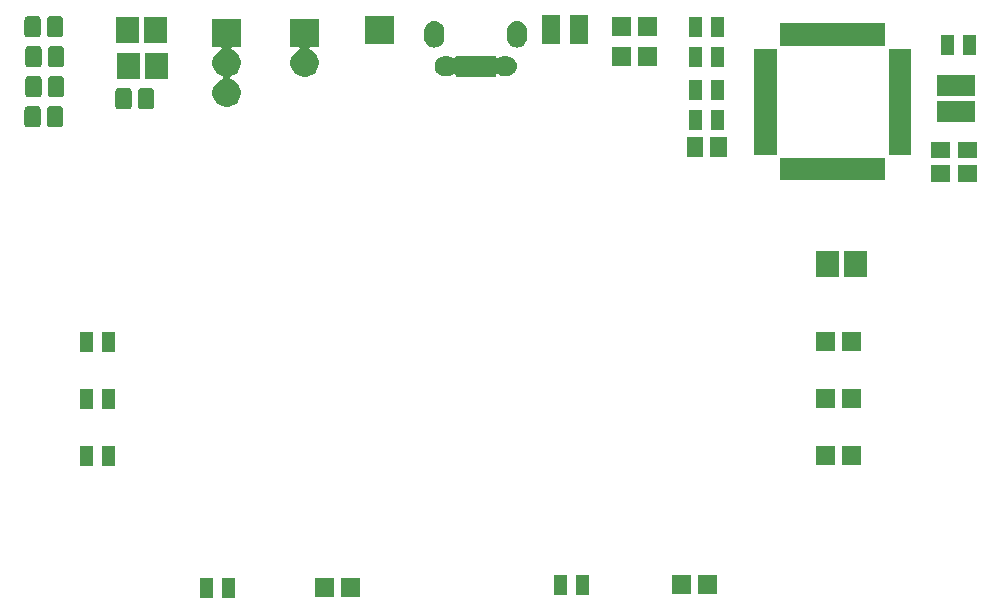
<source format=gbr>
G04 #@! TF.GenerationSoftware,KiCad,Pcbnew,(5.0.1-3-g963ef8bb5)*
G04 #@! TF.CreationDate,2018-12-07T09:48:45+00:00*
G04 #@! TF.ProjectId,invitation,696E7669746174696F6E2E6B69636164,rev?*
G04 #@! TF.SameCoordinates,Original*
G04 #@! TF.FileFunction,Soldermask,Bot*
G04 #@! TF.FilePolarity,Negative*
%FSLAX46Y46*%
G04 Gerber Fmt 4.6, Leading zero omitted, Abs format (unit mm)*
G04 Created by KiCad (PCBNEW (5.0.1-3-g963ef8bb5)) date Friday, 07 December 2018 at 09:48:45*
%MOMM*%
%LPD*%
G01*
G04 APERTURE LIST*
%ADD10C,0.100000*%
G04 APERTURE END LIST*
D10*
G36*
X141962000Y-122008000D02*
X140862000Y-122008000D01*
X140862000Y-120308000D01*
X141962000Y-120308000D01*
X141962000Y-122008000D01*
X141962000Y-122008000D01*
G37*
G36*
X140062000Y-122008000D02*
X138962000Y-122008000D01*
X138962000Y-120308000D01*
X140062000Y-120308000D01*
X140062000Y-122008000D01*
X140062000Y-122008000D01*
G37*
G36*
X152522000Y-121958000D02*
X150922000Y-121958000D01*
X150922000Y-120358000D01*
X152522000Y-120358000D01*
X152522000Y-121958000D01*
X152522000Y-121958000D01*
G37*
G36*
X150322000Y-121958000D02*
X148722000Y-121958000D01*
X148722000Y-120358000D01*
X150322000Y-120358000D01*
X150322000Y-121958000D01*
X150322000Y-121958000D01*
G37*
G36*
X171934000Y-121754000D02*
X170834000Y-121754000D01*
X170834000Y-120054000D01*
X171934000Y-120054000D01*
X171934000Y-121754000D01*
X171934000Y-121754000D01*
G37*
G36*
X170034000Y-121754000D02*
X168934000Y-121754000D01*
X168934000Y-120054000D01*
X170034000Y-120054000D01*
X170034000Y-121754000D01*
X170034000Y-121754000D01*
G37*
G36*
X182748000Y-121704000D02*
X181148000Y-121704000D01*
X181148000Y-120104000D01*
X182748000Y-120104000D01*
X182748000Y-121704000D01*
X182748000Y-121704000D01*
G37*
G36*
X180548000Y-121704000D02*
X178948000Y-121704000D01*
X178948000Y-120104000D01*
X180548000Y-120104000D01*
X180548000Y-121704000D01*
X180548000Y-121704000D01*
G37*
G36*
X131802000Y-110832000D02*
X130702000Y-110832000D01*
X130702000Y-109132000D01*
X131802000Y-109132000D01*
X131802000Y-110832000D01*
X131802000Y-110832000D01*
G37*
G36*
X129902000Y-110832000D02*
X128802000Y-110832000D01*
X128802000Y-109132000D01*
X129902000Y-109132000D01*
X129902000Y-110832000D01*
X129902000Y-110832000D01*
G37*
G36*
X194940000Y-110782000D02*
X193340000Y-110782000D01*
X193340000Y-109182000D01*
X194940000Y-109182000D01*
X194940000Y-110782000D01*
X194940000Y-110782000D01*
G37*
G36*
X192740000Y-110782000D02*
X191140000Y-110782000D01*
X191140000Y-109182000D01*
X192740000Y-109182000D01*
X192740000Y-110782000D01*
X192740000Y-110782000D01*
G37*
G36*
X131802000Y-106006000D02*
X130702000Y-106006000D01*
X130702000Y-104306000D01*
X131802000Y-104306000D01*
X131802000Y-106006000D01*
X131802000Y-106006000D01*
G37*
G36*
X129902000Y-106006000D02*
X128802000Y-106006000D01*
X128802000Y-104306000D01*
X129902000Y-104306000D01*
X129902000Y-106006000D01*
X129902000Y-106006000D01*
G37*
G36*
X192740000Y-105956000D02*
X191140000Y-105956000D01*
X191140000Y-104356000D01*
X192740000Y-104356000D01*
X192740000Y-105956000D01*
X192740000Y-105956000D01*
G37*
G36*
X194940000Y-105956000D02*
X193340000Y-105956000D01*
X193340000Y-104356000D01*
X194940000Y-104356000D01*
X194940000Y-105956000D01*
X194940000Y-105956000D01*
G37*
G36*
X131802000Y-101180000D02*
X130702000Y-101180000D01*
X130702000Y-99480000D01*
X131802000Y-99480000D01*
X131802000Y-101180000D01*
X131802000Y-101180000D01*
G37*
G36*
X129902000Y-101180000D02*
X128802000Y-101180000D01*
X128802000Y-99480000D01*
X129902000Y-99480000D01*
X129902000Y-101180000D01*
X129902000Y-101180000D01*
G37*
G36*
X194940000Y-101130000D02*
X193340000Y-101130000D01*
X193340000Y-99530000D01*
X194940000Y-99530000D01*
X194940000Y-101130000D01*
X194940000Y-101130000D01*
G37*
G36*
X192740000Y-101130000D02*
X191140000Y-101130000D01*
X191140000Y-99530000D01*
X192740000Y-99530000D01*
X192740000Y-101130000D01*
X192740000Y-101130000D01*
G37*
G36*
X195444000Y-94826000D02*
X193494000Y-94826000D01*
X193494000Y-92626000D01*
X195444000Y-92626000D01*
X195444000Y-94826000D01*
X195444000Y-94826000D01*
G37*
G36*
X193094000Y-94826000D02*
X191144000Y-94826000D01*
X191144000Y-92626000D01*
X193094000Y-92626000D01*
X193094000Y-94826000D01*
X193094000Y-94826000D01*
G37*
G36*
X202501000Y-86790000D02*
X200851000Y-86790000D01*
X200851000Y-85390000D01*
X202501000Y-85390000D01*
X202501000Y-86790000D01*
X202501000Y-86790000D01*
G37*
G36*
X204787000Y-86790000D02*
X203137000Y-86790000D01*
X203137000Y-85390000D01*
X204787000Y-85390000D01*
X204787000Y-86790000D01*
X204787000Y-86790000D01*
G37*
G36*
X197007000Y-86660000D02*
X188057000Y-86660000D01*
X188057000Y-84760000D01*
X197007000Y-84760000D01*
X197007000Y-86660000D01*
X197007000Y-86660000D01*
G37*
G36*
X204787000Y-84790000D02*
X203137000Y-84790000D01*
X203137000Y-83390000D01*
X204787000Y-83390000D01*
X204787000Y-84790000D01*
X204787000Y-84790000D01*
G37*
G36*
X202501000Y-84790000D02*
X200851000Y-84790000D01*
X200851000Y-83390000D01*
X202501000Y-83390000D01*
X202501000Y-84790000D01*
X202501000Y-84790000D01*
G37*
G36*
X183564000Y-84645000D02*
X182164000Y-84645000D01*
X182164000Y-82995000D01*
X183564000Y-82995000D01*
X183564000Y-84645000D01*
X183564000Y-84645000D01*
G37*
G36*
X181564000Y-84645000D02*
X180164000Y-84645000D01*
X180164000Y-82995000D01*
X181564000Y-82995000D01*
X181564000Y-84645000D01*
X181564000Y-84645000D01*
G37*
G36*
X187782000Y-84485000D02*
X185882000Y-84485000D01*
X185882000Y-75535000D01*
X187782000Y-75535000D01*
X187782000Y-84485000D01*
X187782000Y-84485000D01*
G37*
G36*
X199182000Y-84485000D02*
X197282000Y-84485000D01*
X197282000Y-75535000D01*
X199182000Y-75535000D01*
X199182000Y-84485000D01*
X199182000Y-84485000D01*
G37*
G36*
X181464000Y-82384000D02*
X180364000Y-82384000D01*
X180364000Y-80684000D01*
X181464000Y-80684000D01*
X181464000Y-82384000D01*
X181464000Y-82384000D01*
G37*
G36*
X183364000Y-82384000D02*
X182264000Y-82384000D01*
X182264000Y-80684000D01*
X183364000Y-80684000D01*
X183364000Y-82384000D01*
X183364000Y-82384000D01*
G37*
G36*
X125253497Y-80385997D02*
X125306153Y-80401970D01*
X125354665Y-80427900D01*
X125397196Y-80462804D01*
X125432100Y-80505335D01*
X125458030Y-80553847D01*
X125474003Y-80606503D01*
X125480000Y-80667390D01*
X125480000Y-81892610D01*
X125474003Y-81953497D01*
X125458030Y-82006153D01*
X125432100Y-82054665D01*
X125397196Y-82097196D01*
X125354665Y-82132100D01*
X125306153Y-82158030D01*
X125253497Y-82174003D01*
X125192610Y-82180000D01*
X124392390Y-82180000D01*
X124331503Y-82174003D01*
X124278847Y-82158030D01*
X124230335Y-82132100D01*
X124187804Y-82097196D01*
X124152900Y-82054665D01*
X124126970Y-82006153D01*
X124110997Y-81953497D01*
X124105000Y-81892610D01*
X124105000Y-80667390D01*
X124110997Y-80606503D01*
X124126970Y-80553847D01*
X124152900Y-80505335D01*
X124187804Y-80462804D01*
X124230335Y-80427900D01*
X124278847Y-80401970D01*
X124331503Y-80385997D01*
X124392390Y-80380000D01*
X125192610Y-80380000D01*
X125253497Y-80385997D01*
X125253497Y-80385997D01*
G37*
G36*
X127128497Y-80385997D02*
X127181153Y-80401970D01*
X127229665Y-80427900D01*
X127272196Y-80462804D01*
X127307100Y-80505335D01*
X127333030Y-80553847D01*
X127349003Y-80606503D01*
X127355000Y-80667390D01*
X127355000Y-81892610D01*
X127349003Y-81953497D01*
X127333030Y-82006153D01*
X127307100Y-82054665D01*
X127272196Y-82097196D01*
X127229665Y-82132100D01*
X127181153Y-82158030D01*
X127128497Y-82174003D01*
X127067610Y-82180000D01*
X126267390Y-82180000D01*
X126206503Y-82174003D01*
X126153847Y-82158030D01*
X126105335Y-82132100D01*
X126062804Y-82097196D01*
X126027900Y-82054665D01*
X126001970Y-82006153D01*
X125985997Y-81953497D01*
X125980000Y-81892610D01*
X125980000Y-80667390D01*
X125985997Y-80606503D01*
X126001970Y-80553847D01*
X126027900Y-80505335D01*
X126062804Y-80462804D01*
X126105335Y-80427900D01*
X126153847Y-80401970D01*
X126206503Y-80385997D01*
X126267390Y-80380000D01*
X127067610Y-80380000D01*
X127128497Y-80385997D01*
X127128497Y-80385997D01*
G37*
G36*
X204546000Y-81756000D02*
X201346000Y-81756000D01*
X201346000Y-79956000D01*
X204546000Y-79956000D01*
X204546000Y-81756000D01*
X204546000Y-81756000D01*
G37*
G36*
X134826997Y-78861997D02*
X134879653Y-78877970D01*
X134928165Y-78903900D01*
X134970696Y-78938804D01*
X135005600Y-78981335D01*
X135031530Y-79029847D01*
X135047503Y-79082503D01*
X135053500Y-79143390D01*
X135053500Y-80368610D01*
X135047503Y-80429497D01*
X135031530Y-80482153D01*
X135005600Y-80530665D01*
X134970696Y-80573196D01*
X134928165Y-80608100D01*
X134879653Y-80634030D01*
X134826997Y-80650003D01*
X134766110Y-80656000D01*
X133965890Y-80656000D01*
X133905003Y-80650003D01*
X133852347Y-80634030D01*
X133803835Y-80608100D01*
X133761304Y-80573196D01*
X133726400Y-80530665D01*
X133700470Y-80482153D01*
X133684497Y-80429497D01*
X133678500Y-80368610D01*
X133678500Y-79143390D01*
X133684497Y-79082503D01*
X133700470Y-79029847D01*
X133726400Y-78981335D01*
X133761304Y-78938804D01*
X133803835Y-78903900D01*
X133852347Y-78877970D01*
X133905003Y-78861997D01*
X133965890Y-78856000D01*
X134766110Y-78856000D01*
X134826997Y-78861997D01*
X134826997Y-78861997D01*
G37*
G36*
X132951997Y-78861997D02*
X133004653Y-78877970D01*
X133053165Y-78903900D01*
X133095696Y-78938804D01*
X133130600Y-78981335D01*
X133156530Y-79029847D01*
X133172503Y-79082503D01*
X133178500Y-79143390D01*
X133178500Y-80368610D01*
X133172503Y-80429497D01*
X133156530Y-80482153D01*
X133130600Y-80530665D01*
X133095696Y-80573196D01*
X133053165Y-80608100D01*
X133004653Y-80634030D01*
X132951997Y-80650003D01*
X132891110Y-80656000D01*
X132090890Y-80656000D01*
X132030003Y-80650003D01*
X131977347Y-80634030D01*
X131928835Y-80608100D01*
X131886304Y-80573196D01*
X131851400Y-80530665D01*
X131825470Y-80482153D01*
X131809497Y-80429497D01*
X131803500Y-80368610D01*
X131803500Y-79143390D01*
X131809497Y-79082503D01*
X131825470Y-79029847D01*
X131851400Y-78981335D01*
X131886304Y-78938804D01*
X131928835Y-78903900D01*
X131977347Y-78877970D01*
X132030003Y-78861997D01*
X132090890Y-78856000D01*
X132891110Y-78856000D01*
X132951997Y-78861997D01*
X132951997Y-78861997D01*
G37*
G36*
X142424000Y-75368000D02*
X141753123Y-75368000D01*
X141728737Y-75370402D01*
X141705288Y-75377515D01*
X141683677Y-75389066D01*
X141664735Y-75404612D01*
X141649189Y-75423554D01*
X141637638Y-75445165D01*
X141630525Y-75468614D01*
X141628123Y-75493000D01*
X141630525Y-75517386D01*
X141637638Y-75540835D01*
X141649189Y-75562446D01*
X141664735Y-75581388D01*
X141683677Y-75596934D01*
X141705288Y-75608485D01*
X141792412Y-75644573D01*
X141988958Y-75775901D01*
X142156099Y-75943042D01*
X142287427Y-76139588D01*
X142377885Y-76357974D01*
X142424000Y-76589809D01*
X142424000Y-76826191D01*
X142377885Y-77058026D01*
X142287427Y-77276412D01*
X142156099Y-77472958D01*
X141988958Y-77640099D01*
X141792412Y-77771427D01*
X141572505Y-77862515D01*
X141550894Y-77874066D01*
X141531952Y-77889611D01*
X141516406Y-77908554D01*
X141504855Y-77930164D01*
X141497742Y-77953613D01*
X141495340Y-77978000D01*
X141497742Y-78002386D01*
X141504855Y-78025835D01*
X141516406Y-78047446D01*
X141531951Y-78066388D01*
X141550894Y-78081934D01*
X141572505Y-78093485D01*
X141792412Y-78184573D01*
X141988958Y-78315901D01*
X142156099Y-78483042D01*
X142287427Y-78679588D01*
X142377885Y-78897974D01*
X142424000Y-79129809D01*
X142424000Y-79366191D01*
X142377885Y-79598026D01*
X142287427Y-79816412D01*
X142156099Y-80012958D01*
X141988958Y-80180099D01*
X141792412Y-80311427D01*
X141574026Y-80401885D01*
X141342191Y-80448000D01*
X141105809Y-80448000D01*
X140873974Y-80401885D01*
X140655588Y-80311427D01*
X140459042Y-80180099D01*
X140291901Y-80012958D01*
X140160573Y-79816412D01*
X140070115Y-79598026D01*
X140024000Y-79366191D01*
X140024000Y-79129809D01*
X140070115Y-78897974D01*
X140160573Y-78679588D01*
X140291901Y-78483042D01*
X140459042Y-78315901D01*
X140655588Y-78184573D01*
X140875495Y-78093485D01*
X140897106Y-78081934D01*
X140916048Y-78066389D01*
X140931594Y-78047446D01*
X140943145Y-78025836D01*
X140950258Y-78002387D01*
X140952660Y-77978000D01*
X140950258Y-77953614D01*
X140943145Y-77930165D01*
X140931594Y-77908554D01*
X140916049Y-77889612D01*
X140897106Y-77874066D01*
X140875495Y-77862515D01*
X140655588Y-77771427D01*
X140459042Y-77640099D01*
X140291901Y-77472958D01*
X140160573Y-77276412D01*
X140070115Y-77058026D01*
X140024000Y-76826191D01*
X140024000Y-76589809D01*
X140070115Y-76357974D01*
X140160573Y-76139588D01*
X140291901Y-75943042D01*
X140459042Y-75775901D01*
X140655588Y-75644573D01*
X140742712Y-75608485D01*
X140764323Y-75596934D01*
X140783265Y-75581388D01*
X140798811Y-75562446D01*
X140810362Y-75540835D01*
X140817475Y-75517386D01*
X140819877Y-75493000D01*
X140817475Y-75468614D01*
X140810362Y-75445165D01*
X140798811Y-75423554D01*
X140783265Y-75404612D01*
X140764323Y-75389066D01*
X140742712Y-75377515D01*
X140719263Y-75370402D01*
X140694877Y-75368000D01*
X140024000Y-75368000D01*
X140024000Y-72968000D01*
X142424000Y-72968000D01*
X142424000Y-75368000D01*
X142424000Y-75368000D01*
G37*
G36*
X181464000Y-79844000D02*
X180364000Y-79844000D01*
X180364000Y-78144000D01*
X181464000Y-78144000D01*
X181464000Y-79844000D01*
X181464000Y-79844000D01*
G37*
G36*
X183364000Y-79844000D02*
X182264000Y-79844000D01*
X182264000Y-78144000D01*
X183364000Y-78144000D01*
X183364000Y-79844000D01*
X183364000Y-79844000D01*
G37*
G36*
X127206997Y-77845997D02*
X127259653Y-77861970D01*
X127308165Y-77887900D01*
X127350696Y-77922804D01*
X127385600Y-77965335D01*
X127411530Y-78013847D01*
X127427503Y-78066503D01*
X127433500Y-78127390D01*
X127433500Y-79352610D01*
X127427503Y-79413497D01*
X127411530Y-79466153D01*
X127385600Y-79514665D01*
X127350696Y-79557196D01*
X127308165Y-79592100D01*
X127259653Y-79618030D01*
X127206997Y-79634003D01*
X127146110Y-79640000D01*
X126345890Y-79640000D01*
X126285003Y-79634003D01*
X126232347Y-79618030D01*
X126183835Y-79592100D01*
X126141304Y-79557196D01*
X126106400Y-79514665D01*
X126080470Y-79466153D01*
X126064497Y-79413497D01*
X126058500Y-79352610D01*
X126058500Y-78127390D01*
X126064497Y-78066503D01*
X126080470Y-78013847D01*
X126106400Y-77965335D01*
X126141304Y-77922804D01*
X126183835Y-77887900D01*
X126232347Y-77861970D01*
X126285003Y-77845997D01*
X126345890Y-77840000D01*
X127146110Y-77840000D01*
X127206997Y-77845997D01*
X127206997Y-77845997D01*
G37*
G36*
X125331997Y-77845997D02*
X125384653Y-77861970D01*
X125433165Y-77887900D01*
X125475696Y-77922804D01*
X125510600Y-77965335D01*
X125536530Y-78013847D01*
X125552503Y-78066503D01*
X125558500Y-78127390D01*
X125558500Y-79352610D01*
X125552503Y-79413497D01*
X125536530Y-79466153D01*
X125510600Y-79514665D01*
X125475696Y-79557196D01*
X125433165Y-79592100D01*
X125384653Y-79618030D01*
X125331997Y-79634003D01*
X125271110Y-79640000D01*
X124470890Y-79640000D01*
X124410003Y-79634003D01*
X124357347Y-79618030D01*
X124308835Y-79592100D01*
X124266304Y-79557196D01*
X124231400Y-79514665D01*
X124205470Y-79466153D01*
X124189497Y-79413497D01*
X124183500Y-79352610D01*
X124183500Y-78127390D01*
X124189497Y-78066503D01*
X124205470Y-78013847D01*
X124231400Y-77965335D01*
X124266304Y-77922804D01*
X124308835Y-77887900D01*
X124357347Y-77861970D01*
X124410003Y-77845997D01*
X124470890Y-77840000D01*
X125271110Y-77840000D01*
X125331997Y-77845997D01*
X125331997Y-77845997D01*
G37*
G36*
X204546000Y-79556000D02*
X201346000Y-79556000D01*
X201346000Y-77756000D01*
X204546000Y-77756000D01*
X204546000Y-79556000D01*
X204546000Y-79556000D01*
G37*
G36*
X133912000Y-78062000D02*
X131962000Y-78062000D01*
X131962000Y-75862000D01*
X133912000Y-75862000D01*
X133912000Y-78062000D01*
X133912000Y-78062000D01*
G37*
G36*
X136262000Y-78062000D02*
X134312000Y-78062000D01*
X134312000Y-75862000D01*
X136262000Y-75862000D01*
X136262000Y-78062000D01*
X136262000Y-78062000D01*
G37*
G36*
X149028000Y-75368000D02*
X148357123Y-75368000D01*
X148332737Y-75370402D01*
X148309288Y-75377515D01*
X148287677Y-75389066D01*
X148268735Y-75404612D01*
X148253189Y-75423554D01*
X148241638Y-75445165D01*
X148234525Y-75468614D01*
X148232123Y-75493000D01*
X148234525Y-75517386D01*
X148241638Y-75540835D01*
X148253189Y-75562446D01*
X148268735Y-75581388D01*
X148287677Y-75596934D01*
X148309288Y-75608485D01*
X148396412Y-75644573D01*
X148592958Y-75775901D01*
X148760099Y-75943042D01*
X148891427Y-76139588D01*
X148981885Y-76357974D01*
X149028000Y-76589809D01*
X149028000Y-76826191D01*
X148981885Y-77058026D01*
X148891427Y-77276412D01*
X148760099Y-77472958D01*
X148592958Y-77640099D01*
X148396412Y-77771427D01*
X148178026Y-77861885D01*
X147946191Y-77908000D01*
X147709809Y-77908000D01*
X147477974Y-77861885D01*
X147259588Y-77771427D01*
X147063042Y-77640099D01*
X146895901Y-77472958D01*
X146764573Y-77276412D01*
X146674115Y-77058026D01*
X146628000Y-76826191D01*
X146628000Y-76589809D01*
X146674115Y-76357974D01*
X146764573Y-76139588D01*
X146895901Y-75943042D01*
X147063042Y-75775901D01*
X147259588Y-75644573D01*
X147346712Y-75608485D01*
X147368323Y-75596934D01*
X147387265Y-75581388D01*
X147402811Y-75562446D01*
X147414362Y-75540835D01*
X147421475Y-75517386D01*
X147423877Y-75493000D01*
X147421475Y-75468614D01*
X147414362Y-75445165D01*
X147402811Y-75423554D01*
X147387265Y-75404612D01*
X147368323Y-75389066D01*
X147346712Y-75377515D01*
X147323263Y-75370402D01*
X147298877Y-75368000D01*
X146628000Y-75368000D01*
X146628000Y-72968000D01*
X149028000Y-72968000D01*
X149028000Y-75368000D01*
X149028000Y-75368000D01*
G37*
G36*
X164005100Y-76203965D02*
X164007502Y-76228351D01*
X164014615Y-76251800D01*
X164026166Y-76273411D01*
X164041712Y-76292353D01*
X164060654Y-76307899D01*
X164082265Y-76319450D01*
X164105714Y-76326563D01*
X164130100Y-76328965D01*
X164154486Y-76326563D01*
X164189025Y-76314205D01*
X164337857Y-76234653D01*
X164337859Y-76234652D01*
X164493372Y-76187478D01*
X164493373Y-76187478D01*
X164493376Y-76187477D01*
X164614575Y-76175540D01*
X164995625Y-76175540D01*
X165116824Y-76187477D01*
X165116827Y-76187478D01*
X165116828Y-76187478D01*
X165272341Y-76234652D01*
X165415663Y-76311259D01*
X165541285Y-76414355D01*
X165644381Y-76539977D01*
X165644382Y-76539979D01*
X165720987Y-76683297D01*
X165768163Y-76838816D01*
X165784091Y-77000540D01*
X165768163Y-77162264D01*
X165768162Y-77162267D01*
X165768162Y-77162268D01*
X165720988Y-77317781D01*
X165644381Y-77461103D01*
X165541285Y-77586725D01*
X165415663Y-77689821D01*
X165380292Y-77708727D01*
X165291851Y-77756000D01*
X165272341Y-77766428D01*
X165116828Y-77813602D01*
X165116827Y-77813602D01*
X165116824Y-77813603D01*
X164995625Y-77825540D01*
X164614575Y-77825540D01*
X164493376Y-77813603D01*
X164493373Y-77813602D01*
X164493372Y-77813602D01*
X164337859Y-77766428D01*
X164327386Y-77760830D01*
X164189025Y-77686875D01*
X164166385Y-77677497D01*
X164142352Y-77672717D01*
X164117848Y-77672717D01*
X164093814Y-77677497D01*
X164071175Y-77686875D01*
X164050801Y-77700489D01*
X164033474Y-77717816D01*
X164019860Y-77738190D01*
X164010482Y-77760830D01*
X164005100Y-77797115D01*
X164005100Y-77875540D01*
X160605100Y-77875540D01*
X160605100Y-77797115D01*
X160602698Y-77772729D01*
X160595585Y-77749280D01*
X160584034Y-77727669D01*
X160568488Y-77708727D01*
X160549546Y-77693181D01*
X160527935Y-77681630D01*
X160504486Y-77674517D01*
X160480100Y-77672115D01*
X160455714Y-77674517D01*
X160421175Y-77686875D01*
X160282814Y-77760830D01*
X160272341Y-77766428D01*
X160116828Y-77813602D01*
X160116827Y-77813602D01*
X160116824Y-77813603D01*
X159995625Y-77825540D01*
X159614575Y-77825540D01*
X159493376Y-77813603D01*
X159493373Y-77813602D01*
X159493372Y-77813602D01*
X159337859Y-77766428D01*
X159318350Y-77756000D01*
X159229908Y-77708727D01*
X159194537Y-77689821D01*
X159068915Y-77586725D01*
X158965819Y-77461103D01*
X158889212Y-77317781D01*
X158842038Y-77162268D01*
X158842038Y-77162267D01*
X158842037Y-77162264D01*
X158826109Y-77000540D01*
X158842037Y-76838816D01*
X158889213Y-76683297D01*
X158965818Y-76539979D01*
X158965819Y-76539977D01*
X159068915Y-76414355D01*
X159194537Y-76311259D01*
X159337859Y-76234652D01*
X159493372Y-76187478D01*
X159493373Y-76187478D01*
X159493376Y-76187477D01*
X159614575Y-76175540D01*
X159995625Y-76175540D01*
X160116824Y-76187477D01*
X160116827Y-76187478D01*
X160116828Y-76187478D01*
X160272341Y-76234652D01*
X160272343Y-76234653D01*
X160421175Y-76314205D01*
X160443815Y-76323583D01*
X160467848Y-76328363D01*
X160492352Y-76328363D01*
X160516386Y-76323583D01*
X160539025Y-76314205D01*
X160559399Y-76300591D01*
X160576726Y-76283264D01*
X160590340Y-76262890D01*
X160599718Y-76240250D01*
X160605100Y-76203965D01*
X160605100Y-76125540D01*
X164005100Y-76125540D01*
X164005100Y-76203965D01*
X164005100Y-76203965D01*
G37*
G36*
X127206997Y-75305997D02*
X127259653Y-75321970D01*
X127308165Y-75347900D01*
X127350696Y-75382804D01*
X127385600Y-75425335D01*
X127411530Y-75473847D01*
X127427503Y-75526503D01*
X127433500Y-75587390D01*
X127433500Y-76812610D01*
X127427503Y-76873497D01*
X127411530Y-76926153D01*
X127385600Y-76974665D01*
X127350696Y-77017196D01*
X127308165Y-77052100D01*
X127259653Y-77078030D01*
X127206997Y-77094003D01*
X127146110Y-77100000D01*
X126345890Y-77100000D01*
X126285003Y-77094003D01*
X126232347Y-77078030D01*
X126183835Y-77052100D01*
X126141304Y-77017196D01*
X126106400Y-76974665D01*
X126080470Y-76926153D01*
X126064497Y-76873497D01*
X126058500Y-76812610D01*
X126058500Y-75587390D01*
X126064497Y-75526503D01*
X126080470Y-75473847D01*
X126106400Y-75425335D01*
X126141304Y-75382804D01*
X126183835Y-75347900D01*
X126232347Y-75321970D01*
X126285003Y-75305997D01*
X126345890Y-75300000D01*
X127146110Y-75300000D01*
X127206997Y-75305997D01*
X127206997Y-75305997D01*
G37*
G36*
X125331997Y-75305997D02*
X125384653Y-75321970D01*
X125433165Y-75347900D01*
X125475696Y-75382804D01*
X125510600Y-75425335D01*
X125536530Y-75473847D01*
X125552503Y-75526503D01*
X125558500Y-75587390D01*
X125558500Y-76812610D01*
X125552503Y-76873497D01*
X125536530Y-76926153D01*
X125510600Y-76974665D01*
X125475696Y-77017196D01*
X125433165Y-77052100D01*
X125384653Y-77078030D01*
X125331997Y-77094003D01*
X125271110Y-77100000D01*
X124470890Y-77100000D01*
X124410003Y-77094003D01*
X124357347Y-77078030D01*
X124308835Y-77052100D01*
X124266304Y-77017196D01*
X124231400Y-76974665D01*
X124205470Y-76926153D01*
X124189497Y-76873497D01*
X124183500Y-76812610D01*
X124183500Y-75587390D01*
X124189497Y-75526503D01*
X124205470Y-75473847D01*
X124231400Y-75425335D01*
X124266304Y-75382804D01*
X124308835Y-75347900D01*
X124357347Y-75321970D01*
X124410003Y-75305997D01*
X124470890Y-75300000D01*
X125271110Y-75300000D01*
X125331997Y-75305997D01*
X125331997Y-75305997D01*
G37*
G36*
X183364000Y-77050000D02*
X182264000Y-77050000D01*
X182264000Y-75350000D01*
X183364000Y-75350000D01*
X183364000Y-77050000D01*
X183364000Y-77050000D01*
G37*
G36*
X181464000Y-77050000D02*
X180364000Y-77050000D01*
X180364000Y-75350000D01*
X181464000Y-75350000D01*
X181464000Y-77050000D01*
X181464000Y-77050000D01*
G37*
G36*
X177668000Y-77000000D02*
X176068000Y-77000000D01*
X176068000Y-75400000D01*
X177668000Y-75400000D01*
X177668000Y-77000000D01*
X177668000Y-77000000D01*
G37*
G36*
X175468000Y-77000000D02*
X173868000Y-77000000D01*
X173868000Y-75400000D01*
X175468000Y-75400000D01*
X175468000Y-77000000D01*
X175468000Y-77000000D01*
G37*
G36*
X204700000Y-76034000D02*
X203600000Y-76034000D01*
X203600000Y-74334000D01*
X204700000Y-74334000D01*
X204700000Y-76034000D01*
X204700000Y-76034000D01*
G37*
G36*
X202800000Y-76034000D02*
X201700000Y-76034000D01*
X201700000Y-74334000D01*
X202800000Y-74334000D01*
X202800000Y-76034000D01*
X202800000Y-76034000D01*
G37*
G36*
X158971730Y-73187839D02*
X159131955Y-73236443D01*
X159279620Y-73315371D01*
X159409049Y-73421591D01*
X159515269Y-73551020D01*
X159565807Y-73645572D01*
X159594197Y-73698685D01*
X159642800Y-73858911D01*
X159642800Y-73858914D01*
X159642801Y-73858916D01*
X159655100Y-73983789D01*
X159655100Y-74617292D01*
X159642801Y-74742170D01*
X159594197Y-74902395D01*
X159515269Y-75050060D01*
X159409049Y-75179489D01*
X159279624Y-75285706D01*
X159217722Y-75318793D01*
X159131954Y-75364637D01*
X159089500Y-75377515D01*
X158971729Y-75413241D01*
X158805100Y-75429652D01*
X158638470Y-75413241D01*
X158478245Y-75364637D01*
X158330580Y-75285709D01*
X158201151Y-75179489D01*
X158094934Y-75050064D01*
X158061847Y-74988162D01*
X158016003Y-74902394D01*
X158002204Y-74856903D01*
X157967399Y-74742169D01*
X157955100Y-74617291D01*
X157955100Y-73983788D01*
X157967399Y-73858910D01*
X157996020Y-73764563D01*
X158016003Y-73698685D01*
X158073349Y-73591400D01*
X158094934Y-73551018D01*
X158201152Y-73421591D01*
X158330581Y-73315371D01*
X158478246Y-73236443D01*
X158638471Y-73187839D01*
X158805100Y-73171428D01*
X158971730Y-73187839D01*
X158971730Y-73187839D01*
G37*
G36*
X165971730Y-73187839D02*
X166131955Y-73236443D01*
X166279620Y-73315371D01*
X166409049Y-73421591D01*
X166515269Y-73551020D01*
X166565807Y-73645572D01*
X166594197Y-73698685D01*
X166642800Y-73858911D01*
X166642800Y-73858914D01*
X166642801Y-73858916D01*
X166655100Y-73983789D01*
X166655100Y-74617292D01*
X166642801Y-74742170D01*
X166594197Y-74902395D01*
X166515269Y-75050060D01*
X166409049Y-75179489D01*
X166279624Y-75285706D01*
X166217722Y-75318793D01*
X166131954Y-75364637D01*
X166089500Y-75377515D01*
X165971729Y-75413241D01*
X165805100Y-75429652D01*
X165638470Y-75413241D01*
X165478245Y-75364637D01*
X165330580Y-75285709D01*
X165201151Y-75179489D01*
X165094934Y-75050064D01*
X165061847Y-74988162D01*
X165016003Y-74902394D01*
X165002204Y-74856903D01*
X164967399Y-74742169D01*
X164955100Y-74617291D01*
X164955100Y-73983788D01*
X164967399Y-73858910D01*
X164996020Y-73764563D01*
X165016003Y-73698685D01*
X165073349Y-73591400D01*
X165094934Y-73551018D01*
X165201152Y-73421591D01*
X165330581Y-73315371D01*
X165478246Y-73236443D01*
X165638471Y-73187839D01*
X165805100Y-73171428D01*
X165971730Y-73187839D01*
X165971730Y-73187839D01*
G37*
G36*
X197007000Y-75260000D02*
X188057000Y-75260000D01*
X188057000Y-73360000D01*
X197007000Y-73360000D01*
X197007000Y-75260000D01*
X197007000Y-75260000D01*
G37*
G36*
X169426000Y-75129000D02*
X167886000Y-75129000D01*
X167886000Y-72699000D01*
X169426000Y-72699000D01*
X169426000Y-75129000D01*
X169426000Y-75129000D01*
G37*
G36*
X171826000Y-75129000D02*
X170286000Y-75129000D01*
X170286000Y-72699000D01*
X171826000Y-72699000D01*
X171826000Y-75129000D01*
X171826000Y-75129000D01*
G37*
G36*
X155378000Y-75114000D02*
X152978000Y-75114000D01*
X152978000Y-72714000D01*
X155378000Y-72714000D01*
X155378000Y-75114000D01*
X155378000Y-75114000D01*
G37*
G36*
X136167000Y-75014000D02*
X134217000Y-75014000D01*
X134217000Y-72814000D01*
X136167000Y-72814000D01*
X136167000Y-75014000D01*
X136167000Y-75014000D01*
G37*
G36*
X133817000Y-75014000D02*
X131867000Y-75014000D01*
X131867000Y-72814000D01*
X133817000Y-72814000D01*
X133817000Y-75014000D01*
X133817000Y-75014000D01*
G37*
G36*
X127128497Y-72765997D02*
X127181153Y-72781970D01*
X127229665Y-72807900D01*
X127272196Y-72842804D01*
X127307100Y-72885335D01*
X127333030Y-72933847D01*
X127349003Y-72986503D01*
X127355000Y-73047390D01*
X127355000Y-74272610D01*
X127349003Y-74333497D01*
X127333030Y-74386153D01*
X127307100Y-74434665D01*
X127272196Y-74477196D01*
X127229665Y-74512100D01*
X127181153Y-74538030D01*
X127128497Y-74554003D01*
X127067610Y-74560000D01*
X126267390Y-74560000D01*
X126206503Y-74554003D01*
X126153847Y-74538030D01*
X126105335Y-74512100D01*
X126062804Y-74477196D01*
X126027900Y-74434665D01*
X126001970Y-74386153D01*
X125985997Y-74333497D01*
X125980000Y-74272610D01*
X125980000Y-73047390D01*
X125985997Y-72986503D01*
X126001970Y-72933847D01*
X126027900Y-72885335D01*
X126062804Y-72842804D01*
X126105335Y-72807900D01*
X126153847Y-72781970D01*
X126206503Y-72765997D01*
X126267390Y-72760000D01*
X127067610Y-72760000D01*
X127128497Y-72765997D01*
X127128497Y-72765997D01*
G37*
G36*
X125253497Y-72765997D02*
X125306153Y-72781970D01*
X125354665Y-72807900D01*
X125397196Y-72842804D01*
X125432100Y-72885335D01*
X125458030Y-72933847D01*
X125474003Y-72986503D01*
X125480000Y-73047390D01*
X125480000Y-74272610D01*
X125474003Y-74333497D01*
X125458030Y-74386153D01*
X125432100Y-74434665D01*
X125397196Y-74477196D01*
X125354665Y-74512100D01*
X125306153Y-74538030D01*
X125253497Y-74554003D01*
X125192610Y-74560000D01*
X124392390Y-74560000D01*
X124331503Y-74554003D01*
X124278847Y-74538030D01*
X124230335Y-74512100D01*
X124187804Y-74477196D01*
X124152900Y-74434665D01*
X124126970Y-74386153D01*
X124110997Y-74333497D01*
X124105000Y-74272610D01*
X124105000Y-73047390D01*
X124110997Y-72986503D01*
X124126970Y-72933847D01*
X124152900Y-72885335D01*
X124187804Y-72842804D01*
X124230335Y-72807900D01*
X124278847Y-72781970D01*
X124331503Y-72765997D01*
X124392390Y-72760000D01*
X125192610Y-72760000D01*
X125253497Y-72765997D01*
X125253497Y-72765997D01*
G37*
G36*
X183364000Y-74510000D02*
X182264000Y-74510000D01*
X182264000Y-72810000D01*
X183364000Y-72810000D01*
X183364000Y-74510000D01*
X183364000Y-74510000D01*
G37*
G36*
X181464000Y-74510000D02*
X180364000Y-74510000D01*
X180364000Y-72810000D01*
X181464000Y-72810000D01*
X181464000Y-74510000D01*
X181464000Y-74510000D01*
G37*
G36*
X177668000Y-74460000D02*
X176068000Y-74460000D01*
X176068000Y-72860000D01*
X177668000Y-72860000D01*
X177668000Y-74460000D01*
X177668000Y-74460000D01*
G37*
G36*
X175468000Y-74460000D02*
X173868000Y-74460000D01*
X173868000Y-72860000D01*
X175468000Y-72860000D01*
X175468000Y-74460000D01*
X175468000Y-74460000D01*
G37*
M02*

</source>
